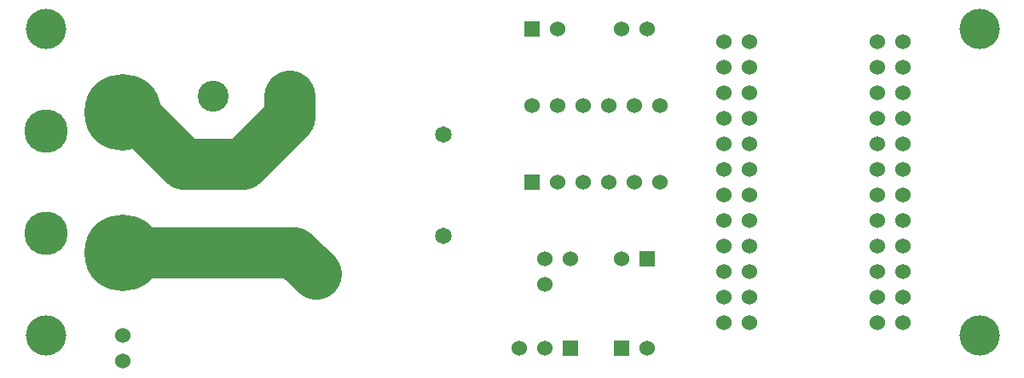
<source format=gbs>
G04 (created by PCBNEW (2013-07-07 BZR 4022)-stable) date Tue 03 Sep 2013 18:57:52 CST*
%MOIN*%
G04 Gerber Fmt 3.4, Leading zero omitted, Abs format*
%FSLAX34Y34*%
G01*
G70*
G90*
G04 APERTURE LIST*
%ADD10C,0.006*%
%ADD11C,0.2*%
%ADD12C,0.06*%
%ADD13C,0.065*%
%ADD14C,0.121*%
%ADD15C,0.15748*%
%ADD16R,0.06X0.06*%
%ADD17C,0.17*%
%ADD18C,0.3*%
G04 APERTURE END LIST*
G54D10*
G54D11*
X40490Y-33500D02*
X40380Y-33500D01*
X42790Y-35790D02*
X40500Y-33500D01*
X45100Y-35800D02*
X42800Y-35800D01*
X46940Y-33960D02*
X45110Y-35790D01*
X46944Y-33107D02*
X46944Y-33957D01*
X47110Y-39260D02*
X46840Y-39260D01*
X47950Y-40100D02*
X47110Y-39260D01*
X40400Y-39250D02*
X46900Y-39250D01*
G54D12*
X70900Y-42000D03*
X70900Y-41000D03*
X70900Y-40000D03*
X70900Y-39000D03*
X70900Y-38000D03*
X70900Y-37000D03*
X70900Y-36000D03*
X70900Y-35000D03*
X70900Y-34000D03*
X70900Y-33000D03*
X70900Y-32000D03*
X70900Y-31000D03*
X63900Y-31000D03*
X63900Y-32000D03*
X63900Y-33000D03*
X63900Y-34000D03*
X63900Y-35000D03*
X63900Y-36000D03*
X63900Y-37000D03*
X63900Y-38000D03*
X63900Y-39000D03*
X63900Y-40000D03*
X63900Y-41000D03*
X63900Y-42000D03*
X69900Y-42000D03*
X69900Y-41000D03*
X69900Y-40000D03*
X69900Y-39000D03*
X69900Y-38000D03*
X69900Y-37000D03*
X69900Y-36000D03*
X69900Y-35000D03*
X69900Y-34000D03*
X69900Y-33000D03*
X69900Y-32000D03*
X69900Y-31000D03*
X64900Y-31000D03*
X64900Y-32000D03*
X64900Y-33000D03*
X64900Y-34000D03*
X64900Y-35000D03*
X64900Y-36000D03*
X64900Y-37000D03*
X64900Y-38000D03*
X64900Y-39000D03*
X64900Y-40000D03*
X64900Y-41000D03*
X64900Y-42000D03*
G54D13*
X52943Y-38602D03*
X52943Y-34603D03*
G54D14*
X47944Y-40098D03*
X43940Y-33107D03*
X46944Y-33107D03*
G54D15*
X37400Y-42500D03*
X37400Y-30500D03*
X73900Y-42500D03*
X73900Y-30500D03*
G54D16*
X57900Y-43000D03*
G54D12*
X56900Y-43000D03*
X55900Y-43000D03*
G54D16*
X60900Y-39500D03*
G54D12*
X59900Y-39500D03*
X59900Y-30500D03*
X60900Y-30500D03*
G54D16*
X56400Y-36500D03*
G54D12*
X56400Y-33500D03*
X57900Y-39500D03*
X56900Y-39500D03*
X56900Y-40500D03*
G54D16*
X56400Y-30500D03*
G54D12*
X57400Y-30500D03*
X40400Y-43500D03*
X40400Y-42500D03*
G54D17*
X37400Y-38500D03*
X37400Y-34500D03*
G54D18*
X40400Y-39250D03*
X40400Y-33750D03*
G54D16*
X59900Y-43000D03*
G54D12*
X60900Y-43000D03*
X60400Y-33500D03*
X60400Y-36500D03*
X61400Y-33500D03*
X61400Y-36500D03*
X59400Y-33500D03*
X59400Y-36500D03*
X58400Y-33500D03*
X58400Y-36500D03*
X57400Y-33500D03*
X57400Y-36500D03*
M02*

</source>
